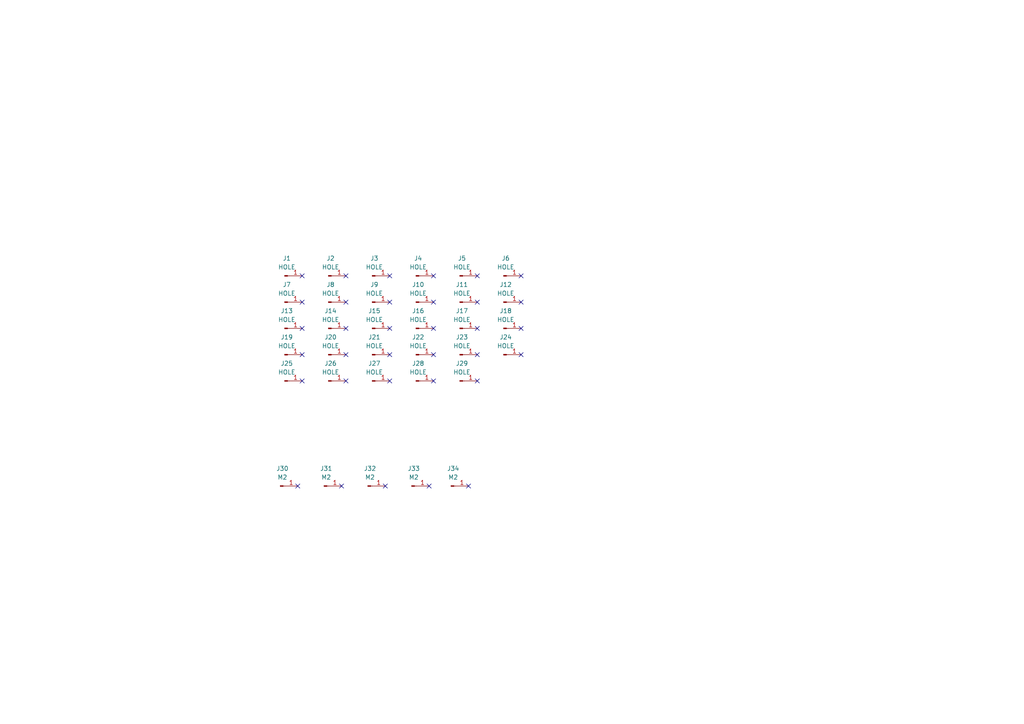
<source format=kicad_sch>
(kicad_sch (version 20250114) (generator "eeschema") (generator_version "9.0")
  (paper "A4")
  (title_block (title "Koca58 Plate") (date "2025-05-10") (rev "v1.0.0"))
  (lib_symbols
    (symbol "Connector:Conn_01x01_Pin" (pin_names (offset 1.016) (hide yes))
      (property "Reference" "J" (at 0 2.54 0))
      (property "Value" "Conn_01x01_Pin" (at 0 -2.54 0))
      (symbol "Conn_01x01_Pin_1_1"
        (rectangle (start 0.8636 0.127) (end 0 -0.127) (stroke (width 0.1524)) (fill (type outline)))
        (polyline (pts (xy 1.27 0) (xy 0.8636 0)) (stroke (width 0.1524)))
        (pin passive line (at 5.08 0 180) (length 3.81) (name "Pin_1") (number "1"))
      )
    )
  )
  (no_connect (at 138.43 80.01))
  (no_connect (at 100.33 102.87))
  (no_connect (at 87.63 95.25))
  (no_connect (at 151.13 95.25))
  (no_connect (at 138.43 87.63))
  (no_connect (at 113.03 87.63))
  (no_connect (at 86.36 140.97))
  (no_connect (at 138.43 110.49))
  (no_connect (at 125.73 110.49))
  (no_connect (at 151.13 80.01))
  (no_connect (at 125.73 87.63))
  (no_connect (at 113.03 80.01))
  (no_connect (at 87.63 87.63))
  (no_connect (at 113.03 102.87))
  (no_connect (at 113.03 110.49))
  (no_connect (at 125.73 102.87))
  (no_connect (at 100.33 80.01))
  (no_connect (at 138.43 102.87))
  (no_connect (at 87.63 80.01))
  (no_connect (at 125.73 95.25))
  (no_connect (at 151.13 87.63))
  (no_connect (at 151.13 102.87))
  (no_connect (at 124.46 140.97))
  (no_connect (at 100.33 110.49))
  (no_connect (at 99.06 140.97))
  (no_connect (at 100.33 95.25))
  (no_connect (at 100.33 87.63))
  (no_connect (at 87.63 110.49))
  (no_connect (at 125.73 80.01))
  (no_connect (at 138.43 95.25))
  (no_connect (at 111.76 140.97))
  (no_connect (at 113.03 95.25))
  (no_connect (at 87.63 102.87))
  (no_connect (at 135.89 140.97))
  (symbol (lib_id "Connector:Conn_01x01_Pin") (at 82.55 102.87 0) (unit 1)
    (property "Reference" "J19" (at 83.185 97.79 0))
    (property "Value" "HOLE" (at 83.185 100.33 0))
    (property "Footprint" "Cherry:Cherry_MX_Plate_Hole" (effects (hide yes)))
    (property "Description" "Generic connector, single row, 01x01, script generated" (effects (hide yes)))
  )
  (symbol (lib_id "Connector:Conn_01x01_Pin") (at 146.05 102.87 0) (unit 1)
    (property "Reference" "J24" (at 146.685 97.79 0))
    (property "Value" "HOLE" (at 146.685 100.33 0))
    (property "Footprint" "Cherry:Cherry_MX_Plate_Hole" (effects (hide yes)))
    (property "Description" "Generic connector, single row, 01x01, script generated" (effects (hide yes)))
  )
  (symbol (lib_id "Connector:Conn_01x01_Pin") (at 106.68 140.97 0) (unit 1)
    (property "Reference" "J32" (at 107.315 135.89 0))
    (property "Value" "M2" (at 107.315 138.43 0))
    (property "Footprint" "MountingHole:MountingHole_2.2mm_M2_Pad" (effects (hide yes)))
    (property "Description" "Generic connector, single row, 01x01, script generated" (effects (hide yes)))
  )
  (symbol (lib_id "Connector:Conn_01x01_Pin") (at 146.05 80.01 0) (unit 1)
    (property "Reference" "J6" (at 146.685 74.93 0))
    (property "Value" "HOLE" (at 146.685 77.47 0))
    (property "Footprint" "Cherry:Cherry_MX_Plate_Hole" (effects (hide yes)))
    (property "Description" "Generic connector, single row, 01x01, script generated" (effects (hide yes)))
  )
  (symbol (lib_id "Connector:Conn_01x01_Pin") (at 95.25 110.49 0) (unit 1)
    (property "Reference" "J26" (at 95.885 105.41 0))
    (property "Value" "HOLE" (at 95.885 107.95 0))
    (property "Footprint" "Cherry:Cherry_MX_Plate_Hole" (effects (hide yes)))
    (property "Description" "Generic connector, single row, 01x01, script generated" (effects (hide yes)))
  )
  (symbol (lib_id "Connector:Conn_01x01_Pin") (at 95.25 102.87 0) (unit 1)
    (property "Reference" "J20" (at 95.885 97.79 0))
    (property "Value" "HOLE" (at 95.885 100.33 0))
    (property "Footprint" "Cherry:Cherry_MX_Plate_Hole" (effects (hide yes)))
    (property "Description" "Generic connector, single row, 01x01, script generated" (effects (hide yes)))
  )
  (symbol (lib_id "Connector:Conn_01x01_Pin") (at 120.65 95.25 0) (unit 1)
    (property "Reference" "J16" (at 121.285 90.17 0))
    (property "Value" "HOLE" (at 121.285 92.71 0))
    (property "Footprint" "Cherry:Cherry_MX_Plate_Hole" (effects (hide yes)))
    (property "Description" "Generic connector, single row, 01x01, script generated" (effects (hide yes)))
  )
  (symbol (lib_id "Connector:Conn_01x01_Pin") (at 119.38 140.97 0) (unit 1)
    (property "Reference" "J33" (at 120.015 135.89 0))
    (property "Value" "M2" (at 120.015 138.43 0))
    (property "Footprint" "MountingHole:MountingHole_2.2mm_M2_Pad" (effects (hide yes)))
    (property "Description" "Generic connector, single row, 01x01, script generated" (effects (hide yes)))
  )
  (symbol (lib_id "Connector:Conn_01x01_Pin") (at 107.95 80.01 0) (unit 1)
    (property "Reference" "J3" (at 108.585 74.93 0))
    (property "Value" "HOLE" (at 108.585 77.47 0))
    (property "Footprint" "Cherry:Cherry_MX_Plate_Hole" (effects (hide yes)))
    (property "Description" "Generic connector, single row, 01x01, script generated" (effects (hide yes)))
  )
  (symbol (lib_id "Connector:Conn_01x01_Pin") (at 107.95 110.49 0) (unit 1)
    (property "Reference" "J27" (at 108.585 105.41 0))
    (property "Value" "HOLE" (at 108.585 107.95 0))
    (property "Footprint" "Cherry:Cherry_MX_Plate_Hole" (effects (hide yes)))
    (property "Description" "Generic connector, single row, 01x01, script generated" (effects (hide yes)))
  )
  (symbol (lib_id "Connector:Conn_01x01_Pin") (at 95.25 87.63 0) (unit 1)
    (property "Reference" "J8" (at 95.885 82.55 0))
    (property "Value" "HOLE" (at 95.885 85.09 0))
    (property "Footprint" "Cherry:Cherry_MX_Plate_Hole" (effects (hide yes)))
    (property "Description" "Generic connector, single row, 01x01, script generated" (effects (hide yes)))
  )
  (symbol (lib_id "Connector:Conn_01x01_Pin") (at 146.05 87.63 0) (unit 1)
    (property "Reference" "J12" (at 146.685 82.55 0))
    (property "Value" "HOLE" (at 146.685 85.09 0))
    (property "Footprint" "Cherry:Cherry_MX_Plate_Hole" (effects (hide yes)))
    (property "Description" "Generic connector, single row, 01x01, script generated" (effects (hide yes)))
  )
  (symbol (lib_id "Connector:Conn_01x01_Pin") (at 95.25 80.01 0) (unit 1)
    (property "Reference" "J2" (at 95.885 74.93 0))
    (property "Value" "HOLE" (at 95.885 77.47 0))
    (property "Footprint" "Cherry:Cherry_MX_Plate_Hole" (effects (hide yes)))
    (property "Description" "Generic connector, single row, 01x01, script generated" (effects (hide yes)))
  )
  (symbol (lib_id "Connector:Conn_01x01_Pin") (at 133.35 80.01 0) (unit 1)
    (property "Reference" "J5" (at 133.985 74.93 0))
    (property "Value" "HOLE" (at 133.985 77.47 0))
    (property "Footprint" "Cherry:Cherry_MX_Plate_Hole" (effects (hide yes)))
    (property "Description" "Generic connector, single row, 01x01, script generated" (effects (hide yes)))
  )
  (symbol (lib_id "Connector:Conn_01x01_Pin") (at 82.55 95.25 0) (unit 1)
    (property "Reference" "J13" (at 83.185 90.17 0))
    (property "Value" "HOLE" (at 83.185 92.71 0))
    (property "Footprint" "Cherry:Cherry_MX_Plate_Hole" (effects (hide yes)))
    (property "Description" "Generic connector, single row, 01x01, script generated" (effects (hide yes)))
  )
  (symbol (lib_id "Connector:Conn_01x01_Pin") (at 107.95 102.87 0) (unit 1)
    (property "Reference" "J21" (at 108.585 97.79 0))
    (property "Value" "HOLE" (at 108.585 100.33 0))
    (property "Footprint" "Cherry:Cherry_MX_Plate_Hole" (effects (hide yes)))
    (property "Description" "Generic connector, single row, 01x01, script generated" (effects (hide yes)))
  )
  (symbol (lib_id "Connector:Conn_01x01_Pin") (at 93.98 140.97 0) (unit 1)
    (property "Reference" "J31" (at 94.615 135.89 0))
    (property "Value" "M2" (at 94.615 138.43 0))
    (property "Footprint" "MountingHole:MountingHole_2.2mm_M2_Pad" (effects (hide yes)))
    (property "Description" "Generic connector, single row, 01x01, script generated" (effects (hide yes)))
  )
  (symbol (lib_id "Connector:Conn_01x01_Pin") (at 146.05 95.25 0) (unit 1)
    (property "Reference" "J18" (at 146.685 90.17 0))
    (property "Value" "HOLE" (at 146.685 92.71 0))
    (property "Footprint" "Cherry:Cherry_MX_Plate_Hole" (effects (hide yes)))
    (property "Description" "Generic connector, single row, 01x01, script generated" (effects (hide yes)))
  )
  (symbol (lib_id "Connector:Conn_01x01_Pin") (at 95.25 95.25 0) (unit 1)
    (property "Reference" "J14" (at 95.885 90.17 0))
    (property "Value" "HOLE" (at 95.885 92.71 0))
    (property "Footprint" "Cherry:Cherry_MX_Plate_Hole" (effects (hide yes)))
    (property "Description" "Generic connector, single row, 01x01, script generated" (effects (hide yes)))
  )
  (symbol (lib_id "Connector:Conn_01x01_Pin") (at 107.95 95.25 0) (unit 1)
    (property "Reference" "J15" (at 108.585 90.17 0))
    (property "Value" "HOLE" (at 108.585 92.71 0))
    (property "Footprint" "Cherry:Cherry_MX_Plate_Hole" (effects (hide yes)))
    (property "Description" "Generic connector, single row, 01x01, script generated" (effects (hide yes)))
  )
  (symbol (lib_id "Connector:Conn_01x01_Pin") (at 82.55 80.01 0) (unit 1)
    (property "Reference" "J1" (at 83.185 74.93 0))
    (property "Value" "HOLE" (at 83.185 77.47 0))
    (property "Footprint" "Cherry:Cherry_MX_Plate_Hole" (effects (hide yes)))
    (property "Description" "Generic connector, single row, 01x01, script generated" (effects (hide yes)))
  )
  (symbol (lib_id "Connector:Conn_01x01_Pin") (at 133.35 110.49 0) (unit 1)
    (property "Reference" "J29" (at 133.985 105.41 0))
    (property "Value" "HOLE" (at 133.985 107.95 0))
    (property "Footprint" "Cherry:Cherry_MX_Plate_Hole" (effects (hide yes)))
    (property "Description" "Generic connector, single row, 01x01, script generated" (effects (hide yes)))
  )
  (symbol (lib_id "Connector:Conn_01x01_Pin") (at 82.55 110.49 0) (unit 1)
    (property "Reference" "J25" (at 83.185 105.41 0))
    (property "Value" "HOLE" (at 83.185 107.95 0))
    (property "Footprint" "Cherry:Cherry_MX_Plate_Hole" (effects (hide yes)))
    (property "Description" "Generic connector, single row, 01x01, script generated" (effects (hide yes)))
  )
  (symbol (lib_id "Connector:Conn_01x01_Pin") (at 82.55 87.63 0) (unit 1)
    (property "Reference" "J7" (at 83.185 82.55 0))
    (property "Value" "HOLE" (at 83.185 85.09 0))
    (property "Footprint" "Cherry:Cherry_MX_Plate_Hole" (effects (hide yes)))
    (property "Description" "Generic connector, single row, 01x01, script generated" (effects (hide yes)))
  )
  (symbol (lib_id "Connector:Conn_01x01_Pin") (at 120.65 87.63 0) (unit 1)
    (property "Reference" "J10" (at 121.285 82.55 0))
    (property "Value" "HOLE" (at 121.285 85.09 0))
    (property "Footprint" "Cherry:Cherry_MX_Plate_Hole" (effects (hide yes)))
    (property "Description" "Generic connector, single row, 01x01, script generated" (effects (hide yes)))
  )
  (symbol (lib_id "Connector:Conn_01x01_Pin") (at 120.65 102.87 0) (unit 1)
    (property "Reference" "J22" (at 121.285 97.79 0))
    (property "Value" "HOLE" (at 121.285 100.33 0))
    (property "Footprint" "Cherry:Cherry_MX_Plate_Hole" (effects (hide yes)))
    (property "Description" "Generic connector, single row, 01x01, script generated" (effects (hide yes)))
  )
  (symbol (lib_id "Connector:Conn_01x01_Pin") (at 133.35 95.25 0) (unit 1)
    (property "Reference" "J17" (at 133.985 90.17 0))
    (property "Value" "HOLE" (at 133.985 92.71 0))
    (property "Footprint" "Cherry:Cherry_MX_Plate_Hole" (effects (hide yes)))
    (property "Description" "Generic connector, single row, 01x01, script generated" (effects (hide yes)))
  )
  (symbol (lib_id "Connector:Conn_01x01_Pin") (at 107.95 87.63 0) (unit 1)
    (property "Reference" "J9" (at 108.585 82.55 0))
    (property "Value" "HOLE" (at 108.585 85.09 0))
    (property "Footprint" "Cherry:Cherry_MX_Plate_Hole" (effects (hide yes)))
    (property "Description" "Generic connector, single row, 01x01, script generated" (effects (hide yes)))
  )
  (symbol (lib_id "Connector:Conn_01x01_Pin") (at 81.28 140.97 0) (unit 1)
    (property "Reference" "J30" (at 81.915 135.89 0))
    (property "Value" "M2" (at 81.915 138.43 0))
    (property "Footprint" "MountingHole:MountingHole_2.2mm_M2_Pad" (effects (hide yes)))
    (property "Description" "Generic connector, single row, 01x01, script generated" (effects (hide yes)))
  )
  (symbol (lib_id "Connector:Conn_01x01_Pin") (at 120.65 80.01 0) (unit 1)
    (property "Reference" "J4" (at 121.285 74.93 0))
    (property "Value" "HOLE" (at 121.285 77.47 0))
    (property "Footprint" "Cherry:Cherry_MX_Plate_Hole" (effects (hide yes)))
    (property "Description" "Generic connector, single row, 01x01, script generated" (effects (hide yes)))
  )
  (symbol (lib_id "Connector:Conn_01x01_Pin") (at 130.81 140.97 0) (unit 1)
    (property "Reference" "J34" (at 131.445 135.89 0))
    (property "Value" "M2" (at 131.445 138.43 0))
    (property "Footprint" "MountingHole:MountingHole_2.2mm_M2_Pad" (effects (hide yes)))
    (property "Description" "Generic connector, single row, 01x01, script generated" (effects (hide yes)))
  )
  (symbol (lib_id "Connector:Conn_01x01_Pin") (at 133.35 87.63 0) (unit 1)
    (property "Reference" "J11" (at 133.985 82.55 0))
    (property "Value" "HOLE" (at 133.985 85.09 0))
    (property "Footprint" "Cherry:Cherry_MX_Plate_Hole" (effects (hide yes)))
    (property "Description" "Generic connector, single row, 01x01, script generated" (effects (hide yes)))
  )
  (symbol (lib_id "Connector:Conn_01x01_Pin") (at 133.35 102.87 0) (unit 1)
    (property "Reference" "J23" (at 133.985 97.79 0))
    (property "Value" "HOLE" (at 133.985 100.33 0))
    (property "Footprint" "Cherry:Cherry_MX_Plate_Hole" (effects (hide yes)))
    (property "Description" "Generic connector, single row, 01x01, script generated" (effects (hide yes)))
  )
  (symbol (lib_id "Connector:Conn_01x01_Pin") (at 120.65 110.49 0) (unit 1)
    (property "Reference" "J28" (at 121.285 105.41 0))
    (property "Value" "HOLE" (at 121.285 107.95 0))
    (property "Footprint" "Cherry:Cherry_MX_Plate_Hole" (effects (hide yes)))
    (property "Description" "Generic connector, single row, 01x01, script generated" (effects (hide yes)))
  )
)
</source>
